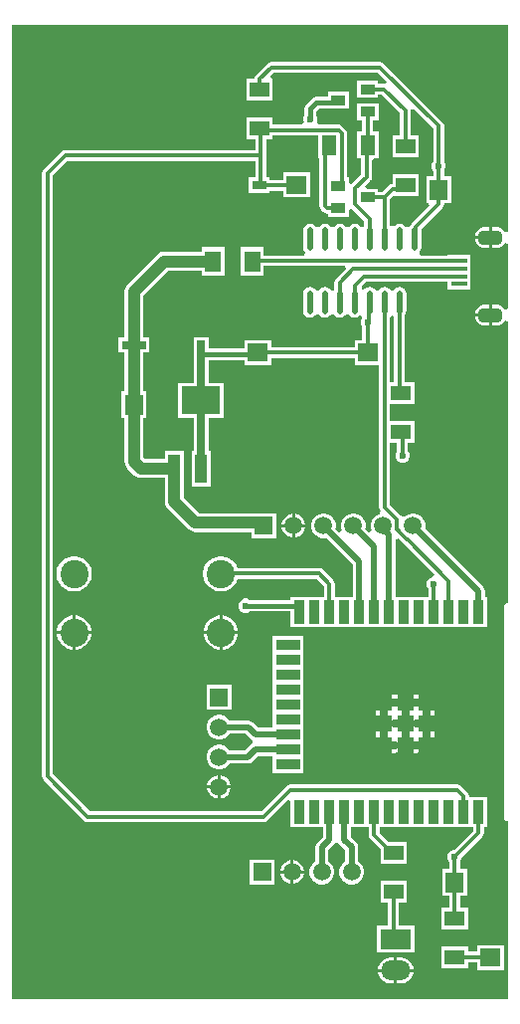
<source format=gbr>
%TF.GenerationSoftware,Altium Limited,Altium Designer,25.7.1 (20)*%
G04 Layer_Physical_Order=2*
G04 Layer_Color=16711680*
%FSLAX45Y45*%
%MOMM*%
%TF.SameCoordinates,6DC23F8A-9C4A-45C2-95F2-439E2FAEE1B8*%
%TF.FilePolarity,Positive*%
%TF.FileFunction,Copper,L2,Bot,Signal*%
%TF.Part,Single*%
G01*
G75*
%TA.AperFunction,Conductor*%
%ADD10C,0.30000*%
%ADD11C,1.00000*%
%ADD12C,0.38100*%
%TA.AperFunction,ComponentPad*%
%ADD13R,2.54000X1.65100*%
%ADD14O,2.54000X1.65100*%
%ADD15C,1.50000*%
%ADD16R,1.50000X1.50000*%
%ADD17R,1.50000X1.50000*%
G04:AMPARAMS|DCode=18|XSize=2mm|YSize=1.2mm|CornerRadius=0.36mm|HoleSize=0mm|Usage=FLASHONLY|Rotation=180.000|XOffset=0mm|YOffset=0mm|HoleType=Round|Shape=RoundedRectangle|*
%AMROUNDEDRECTD18*
21,1,2.00000,0.48000,0,0,180.0*
21,1,1.28000,1.20000,0,0,180.0*
1,1,0.72000,-0.64000,0.24000*
1,1,0.72000,0.64000,0.24000*
1,1,0.72000,0.64000,-0.24000*
1,1,0.72000,-0.64000,-0.24000*
%
%ADD18ROUNDEDRECTD18*%
%ADD19C,0.30000*%
%ADD20C,2.40000*%
%TA.AperFunction,ViaPad*%
%ADD21C,0.60000*%
%TA.AperFunction,SMDPad,CuDef*%
%ADD22R,2.00000X0.70000*%
%ADD23O,2.00000X0.70000*%
%ADD24R,1.65100X1.27000*%
%ADD25R,1.52400X1.65100*%
%ADD26R,1.20000X0.80000*%
%ADD27R,1.20000X0.85000*%
%ADD28R,1.27000X1.65100*%
%ADD29R,1.65100X1.52400*%
%ADD30O,0.70000X2.00000*%
%ADD31R,0.70000X2.00000*%
%ADD32R,3.30000X2.40000*%
%ADD33R,1.00000X2.40000*%
%ADD34R,1.35000X1.80000*%
%ADD35O,0.55000X2.00000*%
%ADD36R,1.35000X0.40000*%
%ADD37R,1.40000X1.60000*%
%ADD38R,1.90000X1.90000*%
%TA.AperFunction,BGAPad,CuDef*%
%ADD39R,1.33000X1.33000*%
%TA.AperFunction,ConnectorPad*%
%ADD40R,0.90000X2.00000*%
%ADD41R,2.00000X0.90000*%
%TA.AperFunction,Conductor*%
%ADD42C,0.70000*%
%ADD43C,0.50000*%
G36*
X17774564Y10592638D02*
X17749438Y10588759D01*
X17735867Y10609069D01*
X17715556Y10622639D01*
X17691600Y10627405D01*
X17640300D01*
Y10540802D01*
X17627600D01*
D01*
X17640300D01*
Y10454199D01*
X17691600D01*
X17715556Y10458964D01*
X17735867Y10472535D01*
X17749438Y10492845D01*
X17774564Y10488965D01*
Y9932635D01*
X17749438Y9928755D01*
X17735867Y9949065D01*
X17715556Y9962636D01*
X17691600Y9967401D01*
X17640300D01*
Y9880798D01*
Y9794195D01*
X17691600D01*
X17715556Y9798961D01*
X17735867Y9812531D01*
X17749438Y9832841D01*
X17774564Y9828962D01*
Y7433888D01*
X17772000D01*
X17760295Y7431559D01*
X17750371Y7424929D01*
X17743741Y7415005D01*
X17741412Y7403300D01*
Y5603300D01*
X17743741Y5591595D01*
X17750371Y5581671D01*
X17760295Y5575041D01*
X17772000Y5572712D01*
X17774564D01*
Y4056736D01*
X13556335D01*
Y12351664D01*
X17774564D01*
Y10592638D01*
D02*
G37*
%LPC*%
G36*
X16687801Y12034682D02*
X15760699D01*
X15743143Y12031189D01*
X15728258Y12021243D01*
X15628677Y11921664D01*
X15618732Y11906779D01*
X15615752Y11891795D01*
X15546561D01*
Y11704795D01*
X15771660D01*
Y11891795D01*
X15761768D01*
X15752048Y11915261D01*
X15779704Y11942918D01*
X16668794D01*
X16740462Y11871252D01*
X16727950Y11847843D01*
X16720821Y11849262D01*
X16671902D01*
Y11875880D01*
X16491904D01*
Y11730880D01*
X16671902D01*
Y11757498D01*
X16701814D01*
X16855511Y11603802D01*
Y11409205D01*
X16791144D01*
Y11222205D01*
X17016245D01*
Y11409205D01*
X16947275D01*
Y11622806D01*
X16945857Y11629935D01*
X16969266Y11642448D01*
X17139769Y11471945D01*
Y11192121D01*
X17132234Y11184587D01*
X17123100Y11162535D01*
Y11138665D01*
X17132234Y11116613D01*
X17139769Y11109079D01*
Y11059950D01*
X17079449D01*
Y10834850D01*
X17099477D01*
X17109196Y10811384D01*
X16959956Y10662143D01*
X16953300Y10652181D01*
X16938445Y10642255D01*
X16930511Y10630382D01*
X16926942Y10629294D01*
X16905858D01*
X16902289Y10630382D01*
X16894354Y10642255D01*
X16875336Y10654964D01*
X16852901Y10659426D01*
X16830466Y10654964D01*
X16811446Y10642255D01*
X16781860Y10641820D01*
X16771782Y10651763D01*
Y10865408D01*
X16798378Y10892005D01*
X17016245D01*
Y11079005D01*
X16791144D01*
Y10997600D01*
X16776160Y10994620D01*
X16761275Y10984674D01*
X16706895Y10930295D01*
X16671902D01*
Y10956913D01*
X16570840D01*
X16561121Y10980380D01*
X16605943Y11025203D01*
X16605943Y11025204D01*
X16605943Y11025204D01*
X16609241Y11030138D01*
X16615889Y11040088D01*
X16615891Y11040090D01*
X16619382Y11057646D01*
X16619382Y11057647D01*
X16619382Y11057648D01*
X16619377Y11197879D01*
X16637337Y11215840D01*
X16675401D01*
Y11440940D01*
X16628326D01*
Y11538353D01*
X16672446D01*
Y11683353D01*
X16492445D01*
Y11538353D01*
X16536565D01*
Y11440940D01*
X16488402D01*
Y11215840D01*
X16527612D01*
X16527618Y11076650D01*
X16447301Y10996333D01*
X16435597Y10998186D01*
X16421899Y11005450D01*
Y11054952D01*
X16406084D01*
Y11429579D01*
X16402591Y11447137D01*
X16392645Y11462022D01*
X16366286Y11488383D01*
X16351401Y11498329D01*
X16333842Y11501821D01*
X16163921D01*
X16149205Y11527222D01*
X16153439Y11537445D01*
Y11561315D01*
X16144305Y11583367D01*
X16143451Y11584222D01*
Y11615025D01*
X16167905Y11639478D01*
X16242444D01*
Y11636392D01*
X16422444D01*
Y11781392D01*
X16242444D01*
Y11739500D01*
X16147189D01*
X16128050Y11735693D01*
X16111826Y11724852D01*
X16058076Y11671103D01*
X16047237Y11654878D01*
X16043430Y11635740D01*
Y11584222D01*
X16042574Y11583367D01*
X16033440Y11561315D01*
Y11537445D01*
X16037675Y11527222D01*
X16022958Y11501821D01*
X15771660D01*
Y11561595D01*
X15546561D01*
Y11374595D01*
X15625385D01*
Y11285382D01*
X14008099D01*
X13990543Y11281889D01*
X13975658Y11271943D01*
X13823257Y11119543D01*
X13813310Y11104658D01*
X13809818Y11087100D01*
Y5956300D01*
X13813310Y5938742D01*
X13823257Y5923857D01*
X14166158Y5580957D01*
X14181042Y5571011D01*
X14198599Y5567518D01*
X15697200D01*
X15714758Y5571011D01*
X15729643Y5580957D01*
X15903534Y5754847D01*
X15927000Y5745127D01*
Y5523298D01*
X16199924D01*
Y5439407D01*
X16152847Y5392332D01*
X16140691Y5374139D01*
X16136423Y5352679D01*
Y5232367D01*
X16128029Y5227521D01*
X16108479Y5207971D01*
X16094656Y5184028D01*
X16087500Y5157323D01*
Y5129677D01*
X16094656Y5102972D01*
X16108479Y5079029D01*
X16128029Y5059479D01*
X16151971Y5045656D01*
X16178677Y5038500D01*
X16206323D01*
X16233028Y5045656D01*
X16256972Y5059479D01*
X16276521Y5079029D01*
X16290344Y5102972D01*
X16297501Y5129677D01*
Y5157323D01*
X16290344Y5184028D01*
X16276521Y5207971D01*
X16256972Y5227521D01*
X16248576Y5232367D01*
Y5329451D01*
X16295653Y5376526D01*
X16305872Y5391819D01*
X16319501Y5393380D01*
X16333128Y5391819D01*
X16343347Y5376526D01*
X16390424Y5329451D01*
Y5232367D01*
X16382030Y5227521D01*
X16362479Y5207971D01*
X16348656Y5184028D01*
X16341499Y5157323D01*
Y5129677D01*
X16348656Y5102972D01*
X16362479Y5079029D01*
X16382030Y5059479D01*
X16405972Y5045656D01*
X16432677Y5038500D01*
X16460323D01*
X16487029Y5045656D01*
X16510971Y5059479D01*
X16530521Y5079029D01*
X16544344Y5102972D01*
X16551500Y5129677D01*
Y5157323D01*
X16544344Y5184028D01*
X16530521Y5207971D01*
X16510971Y5227521D01*
X16502577Y5232367D01*
Y5352679D01*
X16498309Y5374139D01*
X16486153Y5392332D01*
X16439078Y5439407D01*
Y5523298D01*
X16591118D01*
Y5454655D01*
X16594611Y5437097D01*
X16604556Y5422212D01*
X16689560Y5337209D01*
Y5215095D01*
X16914661D01*
Y5402095D01*
X16754446D01*
X16682883Y5473660D01*
Y5523298D01*
X17480118D01*
Y5492705D01*
X17317914Y5330500D01*
X17310864D01*
X17288812Y5321366D01*
X17271935Y5304487D01*
X17262801Y5282435D01*
Y5258565D01*
X17271935Y5236513D01*
X17276918Y5231529D01*
Y5167150D01*
X17216600D01*
Y4942050D01*
X17276929D01*
Y4843295D01*
X17210260D01*
Y4656295D01*
X17435361D01*
Y4843295D01*
X17368692D01*
Y4942050D01*
X17428999D01*
Y5167150D01*
X17368681D01*
Y5231529D01*
X17373666Y5236513D01*
X17382800Y5258565D01*
Y5265614D01*
X17558443Y5441257D01*
X17568388Y5456142D01*
X17571883Y5473700D01*
Y5523298D01*
X17600999D01*
Y5783298D01*
X17444882D01*
Y5791200D01*
X17441389Y5808758D01*
X17431442Y5823643D01*
X17380844Y5874242D01*
X17365959Y5884188D01*
X17348401Y5887681D01*
X15925600D01*
X15908041Y5884188D01*
X15893156Y5874242D01*
X15678195Y5659282D01*
X14217606D01*
X13901582Y5975305D01*
Y11068095D01*
X14027106Y11193618D01*
X15625385D01*
Y11055505D01*
X15569110D01*
Y10915505D01*
X15749110D01*
Y10939618D01*
X15864050D01*
Y10881850D01*
X16089149D01*
Y11094250D01*
X15864050D01*
Y11031382D01*
X15749110D01*
Y11055505D01*
X15717146D01*
Y11239500D01*
Y11374595D01*
X15771660D01*
Y11410058D01*
X16158202D01*
Y11215840D01*
X16172018D01*
Y10807494D01*
X16175511Y10789935D01*
X16185457Y10775051D01*
X16203030Y10757477D01*
X16217915Y10747531D01*
X16235474Y10744038D01*
X16242439D01*
Y10717420D01*
X16422440D01*
Y10778064D01*
X16434187Y10784878D01*
X16447839Y10787449D01*
X16553018Y10682269D01*
Y10635630D01*
X16549512Y10630382D01*
X16545943Y10629294D01*
X16524858D01*
X16521289Y10630382D01*
X16513354Y10642255D01*
X16494334Y10654964D01*
X16471899Y10659426D01*
X16449464Y10654964D01*
X16430444Y10642255D01*
X16422511Y10630382D01*
X16418942Y10629294D01*
X16397858D01*
X16394289Y10630382D01*
X16386356Y10642255D01*
X16367336Y10654964D01*
X16344901Y10659426D01*
X16322466Y10654964D01*
X16303445Y10642255D01*
X16295511Y10630382D01*
X16291942Y10629294D01*
X16270857D01*
X16267290Y10630382D01*
X16259355Y10642255D01*
X16240335Y10654964D01*
X16217900Y10659426D01*
X16195465Y10654964D01*
X16176445Y10642255D01*
X16168510Y10630382D01*
X16164941Y10629294D01*
X16143858D01*
X16140289Y10630382D01*
X16132355Y10642255D01*
X16113335Y10654964D01*
X16090900Y10659426D01*
X16068465Y10654964D01*
X16049445Y10642255D01*
X16036737Y10623236D01*
X16032274Y10600800D01*
Y10455800D01*
X16036737Y10433364D01*
X16048949Y10415086D01*
X16048082Y10410531D01*
X16040630Y10389686D01*
X15695499D01*
Y10457800D01*
X15500497D01*
Y10217800D01*
X15695499D01*
Y10297923D01*
X16384750D01*
X16394470Y10274456D01*
X16312457Y10192443D01*
X16302512Y10177558D01*
X16299017Y10160000D01*
Y10095632D01*
X16295511Y10090383D01*
X16291942Y10089295D01*
X16270857D01*
X16267290Y10090383D01*
X16259355Y10102256D01*
X16240335Y10114965D01*
X16217900Y10119428D01*
X16195465Y10114965D01*
X16176445Y10102256D01*
X16168510Y10090383D01*
X16164941Y10089295D01*
X16143858D01*
X16140289Y10090383D01*
X16132355Y10102256D01*
X16113335Y10114965D01*
X16090900Y10119428D01*
X16068465Y10114965D01*
X16049445Y10102256D01*
X16036737Y10083237D01*
X16032274Y10060801D01*
Y9915801D01*
X16036737Y9893366D01*
X16049445Y9874346D01*
X16068465Y9861637D01*
X16090900Y9857175D01*
X16113335Y9861637D01*
X16132355Y9874346D01*
X16140289Y9886219D01*
X16143858Y9887307D01*
X16164941D01*
X16168510Y9886219D01*
X16176445Y9874346D01*
X16195465Y9861637D01*
X16217900Y9857175D01*
X16240335Y9861637D01*
X16259355Y9874346D01*
X16267290Y9886219D01*
X16270857Y9887307D01*
X16291942D01*
X16295511Y9886219D01*
X16303445Y9874346D01*
X16322466Y9861637D01*
X16344901Y9857175D01*
X16367336Y9861637D01*
X16386356Y9874346D01*
X16394289Y9886219D01*
X16397858Y9887307D01*
X16418942D01*
X16422511Y9886219D01*
X16430444Y9874346D01*
X16449464Y9861637D01*
X16471899Y9857175D01*
X16494334Y9861637D01*
X16513354Y9874346D01*
X16532613Y9872499D01*
X16535333Y9851087D01*
X16526199Y9829035D01*
Y9805165D01*
X16535333Y9783113D01*
X16536565Y9781883D01*
Y9669300D01*
X16469896D01*
Y9608982D01*
X15758949D01*
Y9669300D01*
X15533850D01*
Y9599025D01*
X15228799D01*
Y9693100D01*
X15098801D01*
Y9567360D01*
X15098239Y9563100D01*
Y9304602D01*
X14968800D01*
Y9004602D01*
X15098239D01*
Y8724598D01*
X15083800D01*
Y8424598D01*
X15243800D01*
Y8724598D01*
X15229361D01*
Y9004602D01*
X15358800D01*
Y9304602D01*
X15229361D01*
Y9499003D01*
X15533850D01*
Y9456900D01*
X15758949D01*
Y9517218D01*
X16469896D01*
Y9456900D01*
X16680019D01*
Y8246914D01*
X16681598Y8238973D01*
X16683510Y8229357D01*
X16683511Y8229356D01*
X16690544Y8218829D01*
X16687839Y8202761D01*
X16681812Y8190193D01*
X16672672Y8187744D01*
X16648729Y8173921D01*
X16629179Y8154371D01*
X16615356Y8130428D01*
X16608200Y8103723D01*
Y8076077D01*
X16615356Y8049372D01*
X16615904Y8048423D01*
X16595578Y8032827D01*
X16561691Y8066714D01*
X16564200Y8076077D01*
Y8103723D01*
X16557043Y8130428D01*
X16543221Y8154371D01*
X16523671Y8173921D01*
X16499728Y8187744D01*
X16473022Y8194900D01*
X16445377D01*
X16418672Y8187744D01*
X16394730Y8173921D01*
X16375179Y8154371D01*
X16361356Y8130428D01*
X16354201Y8103723D01*
Y8076077D01*
X16361356Y8049372D01*
X16361903Y8048423D01*
X16341579Y8032827D01*
X16307690Y8066714D01*
X16310201Y8076077D01*
Y8103723D01*
X16303044Y8130428D01*
X16289221Y8154371D01*
X16269672Y8173921D01*
X16245728Y8187744D01*
X16219023Y8194900D01*
X16191377D01*
X16164671Y8187744D01*
X16140729Y8173921D01*
X16121179Y8154371D01*
X16107356Y8130428D01*
X16100200Y8103723D01*
Y8076077D01*
X16107356Y8049372D01*
X16121179Y8025429D01*
X16140729Y8005879D01*
X16164671Y7992056D01*
X16191377Y7984900D01*
X16219023D01*
X16228386Y7987409D01*
X16453923Y7761872D01*
Y7483300D01*
X16301881D01*
Y7594600D01*
X16298389Y7612158D01*
X16288443Y7627043D01*
X16199544Y7715943D01*
X16184657Y7725889D01*
X16167101Y7729382D01*
X15473297D01*
X15464528Y7750552D01*
X15448112Y7775119D01*
X15427219Y7796013D01*
X15402652Y7812428D01*
X15375352Y7823735D01*
X15346375Y7829500D01*
X15316826D01*
X15287846Y7823735D01*
X15260548Y7812428D01*
X15235982Y7796013D01*
X15215086Y7775119D01*
X15198672Y7750552D01*
X15187366Y7723253D01*
X15181599Y7694274D01*
Y7664726D01*
X15187366Y7635747D01*
X15198672Y7608448D01*
X15215086Y7583881D01*
X15235982Y7562987D01*
X15260548Y7546572D01*
X15287846Y7535265D01*
X15316826Y7529500D01*
X15346375D01*
X15375352Y7535265D01*
X15402652Y7546572D01*
X15427219Y7562987D01*
X15448112Y7583881D01*
X15464528Y7608448D01*
X15475835Y7635747D01*
X15476208Y7637618D01*
X16148096D01*
X16210118Y7575595D01*
Y7483300D01*
X15927000D01*
Y7459191D01*
X15574562D01*
X15573708Y7460046D01*
X15551656Y7469180D01*
X15527785D01*
X15505733Y7460046D01*
X15488853Y7443167D01*
X15479720Y7421115D01*
Y7397245D01*
X15488853Y7375193D01*
X15505733Y7358314D01*
X15527785Y7349180D01*
X15551656D01*
X15573708Y7358314D01*
X15574562Y7359169D01*
X15927000D01*
Y7223300D01*
X17600999D01*
Y7483300D01*
X17582077D01*
Y7531100D01*
X17577809Y7552560D01*
X17565652Y7570753D01*
X17069691Y8066714D01*
X17072200Y8076077D01*
Y8103723D01*
X17065044Y8130428D01*
X17051221Y8154371D01*
X17031671Y8173921D01*
X17007729Y8187744D01*
X16981023Y8194900D01*
X16953377D01*
X16926672Y8187744D01*
X16902728Y8173921D01*
X16897269Y8168460D01*
X16883304Y8167478D01*
X16865694Y8172038D01*
X16865289Y8172404D01*
X16771782Y8265918D01*
Y8796495D01*
X16832417D01*
Y8725771D01*
X16827434Y8720787D01*
X16818300Y8698735D01*
Y8674865D01*
X16827434Y8652813D01*
X16844313Y8635934D01*
X16866365Y8626800D01*
X16890234D01*
X16912286Y8635934D01*
X16929166Y8652813D01*
X16938300Y8674865D01*
Y8698735D01*
X16929166Y8720787D01*
X16924182Y8725771D01*
Y8796495D01*
X16978160D01*
Y8983495D01*
X16771782D01*
Y9126695D01*
X16978160D01*
Y9313695D01*
X16898782D01*
Y9880971D01*
X16907063Y9893366D01*
X16911526Y9915801D01*
Y10060801D01*
X16907063Y10083237D01*
X16894354Y10102256D01*
X16875336Y10114965D01*
X16852901Y10119428D01*
X16830466Y10114965D01*
X16811446Y10102256D01*
X16803511Y10090383D01*
X16799942Y10089295D01*
X16778857D01*
X16775288Y10090383D01*
X16767355Y10102256D01*
X16748335Y10114965D01*
X16725900Y10119428D01*
X16703465Y10114965D01*
X16684445Y10102256D01*
X16676511Y10090383D01*
X16672942Y10089295D01*
X16651859D01*
X16648289Y10090383D01*
X16640355Y10102256D01*
X16621335Y10114965D01*
X16598900Y10119428D01*
X16576465Y10114965D01*
X16557445Y10102256D01*
X16533163Y10101899D01*
X16533069Y10130883D01*
X16567105Y10164918D01*
X17262604D01*
Y10095801D01*
X17457602D01*
Y10160800D01*
Y10225799D01*
Y10290802D01*
Y10390802D01*
X17262604D01*
Y10389686D01*
X17030170D01*
X17022717Y10410531D01*
X17021851Y10415086D01*
X17034064Y10433364D01*
X17038525Y10455800D01*
Y10600800D01*
X17036844Y10609258D01*
X17218092Y10790507D01*
X17228040Y10805392D01*
X17231532Y10822950D01*
Y10834850D01*
X17291850D01*
Y11059950D01*
X17231532D01*
Y11114179D01*
X17233966Y11116613D01*
X17243100Y11138665D01*
Y11162535D01*
X17233966Y11184587D01*
X17231532Y11187021D01*
Y11490950D01*
X17228040Y11508508D01*
X17218092Y11523393D01*
X16720242Y12021243D01*
X16705357Y12031189D01*
X16687801Y12034682D01*
D02*
G37*
G36*
X17614900Y10627405D02*
X17563600D01*
X17539642Y10622639D01*
X17519333Y10609069D01*
X17505762Y10588759D01*
X17500996Y10564802D01*
Y10553502D01*
X17614900D01*
Y10627405D01*
D02*
G37*
G36*
Y10528102D02*
X17500996D01*
Y10516802D01*
X17505762Y10492845D01*
X17519333Y10472535D01*
X17539642Y10458964D01*
X17563600Y10454199D01*
X17614900D01*
Y10528102D01*
D02*
G37*
G36*
X15360503Y10457800D02*
X15165501D01*
Y10418490D01*
X14846300D01*
X14825417Y10415741D01*
X14805956Y10407680D01*
X14789243Y10394857D01*
X14535243Y10140857D01*
X14522420Y10124145D01*
X14514359Y10104684D01*
X14511610Y10083800D01*
Y9691600D01*
X14462300D01*
Y9561600D01*
X14511610D01*
Y9231150D01*
X14486099D01*
Y9006050D01*
X14511610D01*
Y8633177D01*
X14514359Y8612293D01*
X14522420Y8592832D01*
X14535243Y8576120D01*
X14593822Y8517542D01*
X14610535Y8504718D01*
X14629996Y8496657D01*
X14650879Y8493908D01*
X14853108D01*
Y8294502D01*
X14855856Y8273618D01*
X14863918Y8254157D01*
X14876741Y8237446D01*
X15055943Y8058243D01*
X15072655Y8045420D01*
X15092116Y8037359D01*
X15113000Y8034610D01*
X15592200D01*
Y7984900D01*
X15802200D01*
Y8194900D01*
X15677435D01*
X15672202Y8195589D01*
X15617030D01*
X15614137Y8195988D01*
X15613881Y8195956D01*
X15613625Y8195990D01*
X15146423D01*
X15014488Y8327925D01*
Y8574598D01*
X15013799Y8579842D01*
Y8724598D01*
X14853798D01*
Y8655288D01*
X14684302D01*
X14672990Y8666600D01*
Y9006050D01*
X14698500D01*
Y9231150D01*
X14672990D01*
Y9561600D01*
X14722301D01*
Y9691600D01*
X14672990D01*
Y10050377D01*
X14879723Y10257110D01*
X15165501D01*
Y10217800D01*
X15360503D01*
Y10457800D01*
D02*
G37*
G36*
X17614900Y9967401D02*
X17563600D01*
X17539642Y9962636D01*
X17519333Y9949065D01*
X17505762Y9928755D01*
X17500996Y9904798D01*
Y9893498D01*
X17614900D01*
Y9967401D01*
D02*
G37*
G36*
Y9868098D02*
X17500996D01*
Y9856798D01*
X17505762Y9832841D01*
X17519333Y9812531D01*
X17539642Y9798961D01*
X17563600Y9794195D01*
X17614900D01*
Y9868098D01*
D02*
G37*
G36*
X15964418Y8190300D02*
X15963901D01*
Y8102600D01*
X16051601D01*
Y8103118D01*
X16044759Y8128653D01*
X16031540Y8151547D01*
X16012846Y8170240D01*
X15989954Y8183458D01*
X15964418Y8190300D01*
D02*
G37*
G36*
X15938499D02*
X15937982D01*
X15912447Y8183458D01*
X15889552Y8170240D01*
X15870860Y8151547D01*
X15857642Y8128653D01*
X15850800Y8103118D01*
Y8102600D01*
X15938499D01*
Y8190300D01*
D02*
G37*
G36*
X16051601Y8077200D02*
X15963901D01*
Y7989500D01*
X15964418D01*
X15989954Y7996342D01*
X16012846Y8009560D01*
X16031540Y8028253D01*
X16044759Y8051147D01*
X16051601Y8076682D01*
Y8077200D01*
D02*
G37*
G36*
X15938499D02*
X15850800D01*
Y8076682D01*
X15857642Y8051147D01*
X15870860Y8028253D01*
X15889552Y8009560D01*
X15912447Y7996342D01*
X15937982Y7989500D01*
X15938499D01*
Y8077200D01*
D02*
G37*
G36*
X14096375Y7829500D02*
X14066826D01*
X14037846Y7823735D01*
X14010548Y7812428D01*
X13985982Y7796013D01*
X13965086Y7775119D01*
X13948672Y7750552D01*
X13937366Y7723253D01*
X13931599Y7694274D01*
Y7664726D01*
X13937366Y7635747D01*
X13948672Y7608448D01*
X13965086Y7583881D01*
X13985982Y7562987D01*
X14010548Y7546572D01*
X14037846Y7535265D01*
X14066826Y7529500D01*
X14096375D01*
X14125352Y7535265D01*
X14152652Y7546572D01*
X14177219Y7562987D01*
X14198112Y7583881D01*
X14214528Y7608448D01*
X14225835Y7635747D01*
X14231599Y7664726D01*
Y7694274D01*
X14225835Y7723253D01*
X14214528Y7750552D01*
X14198112Y7775119D01*
X14177219Y7796013D01*
X14152652Y7812428D01*
X14125352Y7823735D01*
X14096375Y7829500D01*
D02*
G37*
G36*
X15350742Y7324901D02*
X15344301D01*
Y7192201D01*
X15477000D01*
Y7198643D01*
X15467091Y7235623D01*
X15447949Y7268779D01*
X15420879Y7295850D01*
X15387721Y7314992D01*
X15350742Y7324901D01*
D02*
G37*
G36*
X14100742D02*
X14094299D01*
Y7192201D01*
X14227000D01*
Y7198643D01*
X14217091Y7235623D01*
X14197949Y7268779D01*
X14170879Y7295850D01*
X14137721Y7314992D01*
X14100742Y7324901D01*
D02*
G37*
G36*
X14068900D02*
X14062457D01*
X14025478Y7314992D01*
X13992322Y7295850D01*
X13965251Y7268779D01*
X13946109Y7235623D01*
X13936200Y7198643D01*
Y7192201D01*
X14068900D01*
Y7324901D01*
D02*
G37*
G36*
X15318901D02*
X15312457D01*
X15275478Y7314992D01*
X15242322Y7295850D01*
X15215251Y7268779D01*
X15196109Y7235623D01*
X15186200Y7198643D01*
Y7192201D01*
X15318901D01*
Y7324901D01*
D02*
G37*
G36*
X15477000Y7166801D02*
X15344301D01*
Y7034101D01*
X15350742D01*
X15387721Y7044010D01*
X15420879Y7063152D01*
X15447949Y7090223D01*
X15467091Y7123379D01*
X15477000Y7160359D01*
Y7166801D01*
D02*
G37*
G36*
X15318901D02*
X15186200D01*
Y7160359D01*
X15196109Y7123379D01*
X15215251Y7090223D01*
X15242322Y7063152D01*
X15275478Y7044010D01*
X15312457Y7034101D01*
X15318901D01*
Y7166801D01*
D02*
G37*
G36*
X14227000D02*
X14094299D01*
Y7034101D01*
X14100742D01*
X14137721Y7044010D01*
X14170879Y7063152D01*
X14197949Y7090223D01*
X14217091Y7123379D01*
X14227000Y7160359D01*
Y7166801D01*
D02*
G37*
G36*
X14068900D02*
X13936200D01*
Y7160359D01*
X13946109Y7123379D01*
X13965251Y7090223D01*
X13992322Y7063152D01*
X14025478Y7044010D01*
X14062457Y7034101D01*
X14068900D01*
Y7166801D01*
D02*
G37*
G36*
X15421201Y6734400D02*
X15211200D01*
Y6524400D01*
X15421201D01*
Y6734400D01*
D02*
G37*
G36*
X16032001Y7149799D02*
X15772000D01*
Y6999799D01*
Y6872799D01*
Y6745799D01*
Y6618799D01*
Y6491799D01*
Y6368877D01*
X15649660D01*
X15603482Y6415053D01*
X15585291Y6427209D01*
X15563831Y6431477D01*
X15405067D01*
X15400221Y6439871D01*
X15380672Y6459421D01*
X15356728Y6473244D01*
X15330023Y6480400D01*
X15302377D01*
X15275671Y6473244D01*
X15251729Y6459421D01*
X15232179Y6439871D01*
X15218356Y6415928D01*
X15211200Y6389223D01*
Y6361577D01*
X15218356Y6334872D01*
X15232179Y6310929D01*
X15251729Y6291379D01*
X15275671Y6277556D01*
X15302377Y6270400D01*
X15330023D01*
X15356728Y6277556D01*
X15380672Y6291379D01*
X15400221Y6310929D01*
X15405067Y6319323D01*
X15540602D01*
X15586778Y6273146D01*
X15602277Y6262791D01*
X15604050Y6250366D01*
X15602763Y6235532D01*
X15587677Y6225452D01*
X15539702Y6177477D01*
X15405067D01*
X15400221Y6185871D01*
X15380672Y6205421D01*
X15356728Y6219244D01*
X15330023Y6226400D01*
X15302377D01*
X15275671Y6219244D01*
X15251729Y6205421D01*
X15232179Y6185871D01*
X15218356Y6161928D01*
X15211200Y6135223D01*
Y6107577D01*
X15218356Y6080872D01*
X15232179Y6056929D01*
X15251729Y6037379D01*
X15275671Y6023556D01*
X15302377Y6016400D01*
X15330023D01*
X15356728Y6023556D01*
X15380672Y6037379D01*
X15400221Y6056929D01*
X15405067Y6065323D01*
X15562930D01*
X15584390Y6069591D01*
X15602583Y6081747D01*
X15650558Y6129722D01*
X15772000D01*
Y5983799D01*
X16032001D01*
Y6110799D01*
Y6237799D01*
Y6364799D01*
Y6491799D01*
Y6618799D01*
Y6745799D01*
Y6872799D01*
Y6999799D01*
Y7149799D01*
D02*
G37*
G36*
X17086499Y6652360D02*
X16719499D01*
X16702531Y6650126D01*
X16686719Y6643576D01*
X16673141Y6633157D01*
X16662721Y6619579D01*
X16656172Y6603768D01*
X16653938Y6586799D01*
Y6495049D01*
Y6403299D01*
Y6311549D01*
Y6219800D01*
X16656172Y6202831D01*
X16662721Y6187019D01*
X16673141Y6173441D01*
X16686719Y6163022D01*
X16702531Y6156473D01*
X16719499Y6154239D01*
X16811249D01*
X16828218Y6156473D01*
X16844029Y6163022D01*
X16857124Y6173070D01*
X16870219Y6163022D01*
X16886031Y6156473D01*
X16902998Y6154239D01*
X16994749D01*
X17011717Y6156473D01*
X17027528Y6163022D01*
X17040623Y6173070D01*
X17053719Y6163022D01*
X17069530Y6156473D01*
X17086499Y6154239D01*
X17103467Y6156473D01*
X17119279Y6163022D01*
X17132857Y6173441D01*
X17143275Y6187019D01*
X17149825Y6202831D01*
X17152058Y6219800D01*
Y6311549D01*
Y6403299D01*
Y6495049D01*
Y6586799D01*
X17149825Y6603768D01*
X17143275Y6619579D01*
X17132857Y6633157D01*
X17119279Y6643576D01*
X17103467Y6650126D01*
X17086499Y6652360D01*
D02*
G37*
G36*
X15329417Y5967800D02*
X15328900D01*
Y5880100D01*
X15416600D01*
Y5880618D01*
X15409758Y5906153D01*
X15396539Y5929047D01*
X15377847Y5947740D01*
X15354953Y5960958D01*
X15329417Y5967800D01*
D02*
G37*
G36*
X15303500D02*
X15302982D01*
X15277448Y5960958D01*
X15254553Y5947740D01*
X15235860Y5929047D01*
X15222643Y5906153D01*
X15215800Y5880618D01*
Y5880100D01*
X15303500D01*
Y5967800D01*
D02*
G37*
G36*
X15416600Y5854700D02*
X15328900D01*
Y5767000D01*
X15329417D01*
X15354953Y5773842D01*
X15377847Y5787060D01*
X15396539Y5805753D01*
X15409758Y5828647D01*
X15416600Y5854182D01*
Y5854700D01*
D02*
G37*
G36*
X15303500D02*
X15215800D01*
Y5854182D01*
X15222643Y5828647D01*
X15235860Y5805753D01*
X15254553Y5787060D01*
X15277448Y5773842D01*
X15302982Y5767000D01*
X15303500D01*
Y5854700D01*
D02*
G37*
G36*
X15951718Y5243900D02*
X15951199D01*
Y5156200D01*
X16038901D01*
Y5156718D01*
X16032059Y5182253D01*
X16018840Y5205147D01*
X16000146Y5223840D01*
X15977254Y5237058D01*
X15951718Y5243900D01*
D02*
G37*
G36*
X15925800D02*
X15925282D01*
X15899747Y5237058D01*
X15876852Y5223840D01*
X15858160Y5205147D01*
X15844942Y5182253D01*
X15838100Y5156718D01*
Y5156200D01*
X15925800D01*
Y5243900D01*
D02*
G37*
G36*
X16038901Y5130800D02*
X15951199D01*
Y5043100D01*
X15951718D01*
X15977254Y5049942D01*
X16000146Y5063160D01*
X16018840Y5081853D01*
X16032059Y5104747D01*
X16038901Y5130282D01*
Y5130800D01*
D02*
G37*
G36*
X15925800D02*
X15838100D01*
Y5130282D01*
X15844942Y5104747D01*
X15858160Y5081853D01*
X15876852Y5063160D01*
X15899747Y5049942D01*
X15925282Y5043100D01*
X15925800D01*
Y5130800D01*
D02*
G37*
G36*
X15789500Y5248500D02*
X15579500D01*
Y5038500D01*
X15789500D01*
Y5248500D01*
D02*
G37*
G36*
X17740150Y4520720D02*
X17515050D01*
Y4465476D01*
X17435361D01*
Y4513095D01*
X17210260D01*
Y4326095D01*
X17435361D01*
Y4373713D01*
X17515050D01*
Y4308320D01*
X17740150D01*
Y4520720D01*
D02*
G37*
G36*
X16914661Y5071895D02*
X16689560D01*
Y4884895D01*
X16756229D01*
Y4684550D01*
X16663342D01*
Y4459450D01*
X16977342D01*
Y4684550D01*
X16847992D01*
Y4884895D01*
X16914661D01*
Y5071895D01*
D02*
G37*
G36*
X16864792Y4414181D02*
X16833041D01*
Y4318000D01*
X16972002D01*
X16969965Y4333481D01*
X16959087Y4359741D01*
X16941783Y4382291D01*
X16919234Y4399594D01*
X16892973Y4410471D01*
X16864792Y4414181D01*
D02*
G37*
G36*
X16807642D02*
X16775893D01*
X16747713Y4410471D01*
X16721451Y4399594D01*
X16698901Y4382291D01*
X16681598Y4359741D01*
X16670721Y4333481D01*
X16668683Y4318000D01*
X16807642D01*
Y4414181D01*
D02*
G37*
G36*
X16972002Y4292600D02*
X16833041D01*
Y4196419D01*
X16864792D01*
X16892973Y4200129D01*
X16919234Y4211006D01*
X16941783Y4228309D01*
X16959087Y4250859D01*
X16969965Y4277119D01*
X16972002Y4292600D01*
D02*
G37*
G36*
X16807642D02*
X16668683D01*
X16670721Y4277119D01*
X16681598Y4250859D01*
X16698901Y4228309D01*
X16721451Y4211006D01*
X16747713Y4200129D01*
X16775893Y4196419D01*
X16807642D01*
Y4292600D01*
D02*
G37*
%LPD*%
G36*
X16807018Y9864838D02*
Y9313695D01*
X16771782D01*
Y9863920D01*
X16797182Y9874542D01*
X16807018Y9864838D01*
D02*
G37*
G36*
X16885049Y7937457D02*
X16898933Y7928179D01*
X17147115Y7680000D01*
X17136594Y7654600D01*
X17133064D01*
X17111012Y7645466D01*
X17094135Y7628587D01*
X17085001Y7606535D01*
Y7582665D01*
X17094135Y7560613D01*
X17099118Y7555629D01*
Y7483300D01*
X16820078D01*
Y7969242D01*
X16843544Y7978962D01*
X16885049Y7937457D01*
D02*
G37*
D10*
X16852901Y9232905D02*
X16865610Y9220195D01*
X16852901Y9232905D02*
Y9988301D01*
X16725900Y8246914D02*
Y9988301D01*
Y8246914D02*
X16833200Y8139608D01*
X17145000Y7353300D02*
Y7594600D01*
X16595146Y9984547D02*
X16598900Y9988301D01*
X16595146Y9834164D02*
Y9984547D01*
X16582446Y9813346D02*
X16586200Y9817100D01*
Y9825218D02*
X16595146Y9834164D01*
X16582446Y9563100D02*
Y9813346D01*
X16586200Y9817100D02*
Y9825218D01*
X15646400Y9563100D02*
X16582446D01*
X16833200Y8058800D02*
X16847200Y8044800D01*
Y8040192D02*
Y8044800D01*
Y8040192D02*
X16917493Y7969900D01*
X16922099D02*
X17272000Y7620000D01*
X16917493Y7969900D02*
X16922099D01*
X17272000Y7353300D02*
Y7620000D01*
X16833200Y8058800D02*
Y8139608D01*
X16878300Y8887643D02*
X16878310Y8889995D01*
X16878300Y8686800D02*
Y8887643D01*
X17185651Y10947400D02*
Y11490950D01*
X16581902Y11328390D02*
X16582446Y11328933D01*
Y11610853D01*
X17322800Y5270500D02*
X17525999Y5473700D01*
Y5653298D01*
X17322810Y4749795D02*
Y5054590D01*
X17322800Y5054600D02*
X17322810Y5054590D01*
X17322800Y5054600D02*
Y5270500D01*
X15925600Y5841799D02*
X17348401D01*
X17399001Y5653298D02*
Y5791200D01*
X17348401Y5841799D02*
X17399001Y5791200D01*
X15671266Y10985502D02*
Y11239500D01*
X15697200Y5613400D02*
X15925600Y5841799D01*
X15671265Y11455940D02*
X15671266Y11455939D01*
X15659109Y11468095D02*
X15671265Y11455940D01*
X15671266Y11239500D02*
Y11455939D01*
X15671265Y11455940D02*
X16333842D01*
X15659109Y10985505D02*
X15671262D01*
X15671265Y10985502D01*
X14008099Y11239500D02*
X15671266D01*
Y10985500D02*
X15974049D01*
X13855701Y11087100D02*
X14008099Y11239500D01*
X13855701Y5956300D02*
X14198599Y5613400D01*
X15697200D01*
X13855701Y5956300D02*
Y11087100D01*
X16901395Y11315705D02*
Y11622806D01*
X16581902Y11803380D02*
X16720821D01*
X16545560D02*
X16581902D01*
X16793718Y10952231D02*
X16870419D01*
X16725900Y10884413D02*
X16793718Y10952231D01*
X16870419D02*
X16903694Y10985505D01*
X16599403Y10884413D02*
X16725900D01*
X16581902D02*
X16599403D01*
X16725900Y10528300D02*
Y10878842D01*
X16992400Y10620065D02*
Y10629700D01*
X16984683Y10612348D02*
X16992400Y10620065D01*
X16979900Y10528300D02*
X16984683Y10533083D01*
Y10612348D01*
X16992400Y10629700D02*
X17185651Y10822950D01*
Y10947400D01*
X16331900Y10982452D02*
X16332703D01*
X16360202Y11009952D01*
Y11429579D01*
X15974049Y10985500D02*
X15976601Y10988050D01*
X16333842Y11455940D02*
X16360202Y11429579D01*
X16217900Y11294588D02*
X16251701Y11328390D01*
X16217900Y10807494D02*
Y11294588D01*
Y10807494D02*
X16235474Y10789920D01*
X16332439D01*
X15661121Y11889221D02*
X15760699Y11988800D01*
X15661121Y11800306D02*
Y11889221D01*
X15659109Y11798295D02*
X15661121Y11800306D01*
X15760699Y11988800D02*
X16687801D01*
X17185651Y11490950D01*
X16476900Y10961045D02*
X16573500Y11057646D01*
X16476900Y10823275D02*
Y10961045D01*
X16573491Y11302989D02*
X16573500Y11057646D01*
X16720821Y11803380D02*
X16901395Y11622806D01*
X16471899Y9988301D02*
Y10134600D01*
X16548100Y10210800D02*
X17360101D01*
X16471899Y10134600D02*
X16548100Y10210800D01*
X16344901Y9988301D02*
Y10160000D01*
X16460699Y10275799D02*
X17360101D01*
X16344901Y10160000D02*
X16460699Y10275799D01*
X15604002Y10343805D02*
X17331502D01*
X15597998Y10337800D02*
X15604002Y10343805D01*
X16476900Y10823275D02*
X16598900Y10701274D01*
Y10528300D02*
Y10701274D01*
X16637000Y5454655D02*
Y5653298D01*
Y5454655D02*
X16783060Y5308595D01*
X16802110D01*
X17322810Y4419595D02*
X17622525D01*
X17627600Y4414520D01*
X16802110Y4590232D02*
X16820341Y4572000D01*
X16802110Y4590232D02*
Y4978395D01*
X15328900Y7683500D02*
X16167101D01*
X16256000Y7594600D01*
Y7353300D02*
Y7594600D01*
D11*
X14592300Y9118600D02*
Y10083800D01*
X14846300Y10337800D01*
X15263002D01*
X14650879Y8574598D02*
X14933798D01*
Y8294502D02*
Y8574598D01*
X14592300Y8633177D02*
X14650879Y8574598D01*
X14592300Y8633177D02*
Y9118600D01*
X14933798Y8294502D02*
X15113000Y8115300D01*
X15613625D01*
X15614020Y8114899D01*
X15672202D01*
X15697200Y8089900D01*
D12*
X15632314Y9549014D02*
X15646400Y9563100D01*
X15177885Y9549014D02*
X15632314D01*
X15163800Y9563100D02*
X15177885Y9549014D01*
X16147189Y11689489D02*
X16313042D01*
X16093440Y11549380D02*
Y11635740D01*
X16147189Y11689489D01*
X16313042D02*
X16332443Y11708892D01*
X15539720Y7409180D02*
X16002000D01*
Y7353300D02*
Y7409180D01*
D13*
X16820341Y4572000D02*
D03*
D14*
Y4305300D02*
D03*
D15*
X15316200Y6375400D02*
D03*
Y6121400D02*
D03*
Y5867400D02*
D03*
X16192500Y5143500D02*
D03*
X16446500D02*
D03*
X15938499D02*
D03*
X15951199Y8089900D02*
D03*
X16205200D02*
D03*
X16459200D02*
D03*
X16713200D02*
D03*
X16967200D02*
D03*
D16*
X15316200Y6629400D02*
D03*
D17*
X15684500Y5143500D02*
D03*
X15697200Y8089900D02*
D03*
D18*
X17627600Y9880798D02*
D03*
Y10540802D02*
D03*
D19*
X16719499Y6495049D02*
D03*
Y6311549D02*
D03*
X16811249Y6586799D02*
D03*
Y6403299D02*
D03*
Y6219800D02*
D03*
X16902998Y6495049D02*
D03*
Y6311549D02*
D03*
X16994749Y6586799D02*
D03*
Y6403299D02*
D03*
Y6219800D02*
D03*
X17086499Y6495049D02*
D03*
Y6311549D02*
D03*
D20*
X14081599Y7179501D02*
D03*
X15331599D02*
D03*
Y7679500D02*
D03*
X14081599D02*
D03*
D21*
X17283501Y8250000D02*
D03*
X17145000Y7594600D02*
D03*
X16586200Y9817100D02*
D03*
X17000002Y9742100D02*
D03*
X17420782Y9545783D02*
D03*
X17125002Y9500000D02*
D03*
X17261034Y9261033D02*
D03*
X17448599Y8000000D02*
D03*
Y8457116D02*
D03*
Y9000000D02*
D03*
X17500002Y7750000D02*
D03*
Y8250000D02*
D03*
Y8750000D02*
D03*
X17250002Y8761800D02*
D03*
X17125002Y9000000D02*
D03*
X17057269Y8500000D02*
D03*
X17000002Y8250000D02*
D03*
Y8761800D02*
D03*
X16878300Y8686800D02*
D03*
X17628523Y7996477D02*
D03*
X17625002Y8500000D02*
D03*
Y12000000D02*
D03*
X17500002Y11750000D02*
D03*
X17625002Y11500000D02*
D03*
X17500002Y11250000D02*
D03*
Y10750000D02*
D03*
Y9750000D02*
D03*
X17625002Y9500000D02*
D03*
X17500002Y9250000D02*
D03*
X17625002Y9000000D02*
D03*
X17500002Y6750000D02*
D03*
Y6250000D02*
D03*
Y5250000D02*
D03*
Y4250000D02*
D03*
X17375002Y12000000D02*
D03*
X17250002Y11750000D02*
D03*
X17375002Y11500000D02*
D03*
Y11000000D02*
D03*
X17250002Y9750000D02*
D03*
X17375002Y7000000D02*
D03*
X17250002Y6750000D02*
D03*
X17375002Y6500000D02*
D03*
X17250002Y6250000D02*
D03*
X17375002Y6000000D02*
D03*
X17250002Y4250000D02*
D03*
X17125002Y12000000D02*
D03*
X17000002Y10750000D02*
D03*
X17125002Y10000000D02*
D03*
Y7000000D02*
D03*
X17000002Y6750000D02*
D03*
X17125002Y6000000D02*
D03*
X17000002Y5250000D02*
D03*
X17125002Y5000000D02*
D03*
X17000002Y4750000D02*
D03*
X17125002Y4500000D02*
D03*
X17000002Y4250000D02*
D03*
X16875002Y12000000D02*
D03*
X16750002Y11250000D02*
D03*
X16875002Y7000000D02*
D03*
X16750002Y6750000D02*
D03*
X16875002Y6000000D02*
D03*
X16625002Y11000000D02*
D03*
X16500002Y9750000D02*
D03*
Y9250000D02*
D03*
Y8750000D02*
D03*
Y8250000D02*
D03*
X16625002Y7000000D02*
D03*
X16500002Y6750000D02*
D03*
Y6250000D02*
D03*
X16625002Y6000000D02*
D03*
Y5000000D02*
D03*
X16500002Y4750000D02*
D03*
X16625002Y4500000D02*
D03*
X16500002Y4250000D02*
D03*
X16250002Y10250000D02*
D03*
Y9750000D02*
D03*
Y9250000D02*
D03*
X16375002Y9000000D02*
D03*
X16250002Y8750000D02*
D03*
X16375002Y8500000D02*
D03*
X16250002Y8250000D02*
D03*
Y7750000D02*
D03*
X16375002Y7000000D02*
D03*
X16250002Y6750000D02*
D03*
X16375002Y6500000D02*
D03*
X16250002Y6250000D02*
D03*
X16375002Y6000000D02*
D03*
Y5000000D02*
D03*
X16250002Y4750000D02*
D03*
X16375002Y4500000D02*
D03*
X16250002Y4250000D02*
D03*
X16000002Y11750000D02*
D03*
Y10750000D02*
D03*
Y10250000D02*
D03*
Y9750000D02*
D03*
Y9250000D02*
D03*
X16125002Y9000000D02*
D03*
X16000002Y8750000D02*
D03*
X16125002Y8500000D02*
D03*
X16000002Y8250000D02*
D03*
X16125002Y7000000D02*
D03*
Y6500000D02*
D03*
Y6000000D02*
D03*
Y5000000D02*
D03*
X16000002Y4750000D02*
D03*
X16125002Y4500000D02*
D03*
X16000002Y4250000D02*
D03*
X15750002Y11250000D02*
D03*
Y10750000D02*
D03*
X15875002Y10500000D02*
D03*
X15750002Y10250000D02*
D03*
X15875002Y10000000D02*
D03*
X15750002Y9750000D02*
D03*
X15875002Y9000000D02*
D03*
X15750002Y8750000D02*
D03*
X15875002Y8500000D02*
D03*
X15750002Y8250000D02*
D03*
X15875002Y7500000D02*
D03*
Y5500000D02*
D03*
Y5000000D02*
D03*
X15750002Y4750000D02*
D03*
X15875002Y4500000D02*
D03*
X15750002Y4250000D02*
D03*
X15625002Y12000000D02*
D03*
X15500000Y11750000D02*
D03*
Y10750000D02*
D03*
X15625002Y10500000D02*
D03*
X15500000Y9750000D02*
D03*
Y9250000D02*
D03*
X15625002Y9000000D02*
D03*
Y8500000D02*
D03*
X15500000Y7250000D02*
D03*
Y6750000D02*
D03*
Y6250000D02*
D03*
Y5750000D02*
D03*
Y5250000D02*
D03*
X15625002Y5000000D02*
D03*
X15500000Y4750000D02*
D03*
X15625002Y4500000D02*
D03*
X15500000Y4250000D02*
D03*
X15375000Y12000000D02*
D03*
X15250000Y11750000D02*
D03*
X15375000Y11500000D02*
D03*
Y11000000D02*
D03*
X15250000Y10750000D02*
D03*
X15375000Y10500000D02*
D03*
Y10000000D02*
D03*
X15250000Y9750000D02*
D03*
Y8250000D02*
D03*
X15375000Y8000000D02*
D03*
Y7500000D02*
D03*
Y7000000D02*
D03*
X15250000Y6250000D02*
D03*
Y5750000D02*
D03*
X15375000Y5500000D02*
D03*
X15250000Y5250000D02*
D03*
X15375000Y5000000D02*
D03*
X15250000Y4750000D02*
D03*
X15375000Y4500000D02*
D03*
X15250000Y4250000D02*
D03*
X15125000Y12000000D02*
D03*
X15000000Y11750000D02*
D03*
X15125000Y11500000D02*
D03*
Y11000000D02*
D03*
X15000000Y10750000D02*
D03*
X15125000Y10500000D02*
D03*
X15000000Y9750000D02*
D03*
X15125000Y8000000D02*
D03*
Y7500000D02*
D03*
Y7000000D02*
D03*
X15000000Y6750000D02*
D03*
X15125000Y6500000D02*
D03*
X15000000Y6250000D02*
D03*
X15125000Y6000000D02*
D03*
X15000000Y5750000D02*
D03*
X15125000Y5500000D02*
D03*
X15000000Y5250000D02*
D03*
X15125000Y5000000D02*
D03*
X15000000Y4750000D02*
D03*
X15125000Y4500000D02*
D03*
X15000000Y4250000D02*
D03*
X14875000Y12000000D02*
D03*
X14750000Y11750000D02*
D03*
X14875000Y11500000D02*
D03*
X14750000Y10750000D02*
D03*
X14875000Y10500000D02*
D03*
Y10000000D02*
D03*
X14750000Y9750000D02*
D03*
X14875000Y9500000D02*
D03*
X14750000Y9250000D02*
D03*
X14875000Y9000000D02*
D03*
X14750000Y8750000D02*
D03*
Y8250000D02*
D03*
X14875000Y8000000D02*
D03*
Y7500000D02*
D03*
Y7000000D02*
D03*
X14750000Y6750000D02*
D03*
X14875000Y6500000D02*
D03*
X14750000Y6250000D02*
D03*
X14875000Y6000000D02*
D03*
X14750000Y5750000D02*
D03*
X14875000Y5500000D02*
D03*
X14750000Y5250000D02*
D03*
X14875000Y5000000D02*
D03*
X14750000Y4750000D02*
D03*
X14875000Y4500000D02*
D03*
X14750000Y4250000D02*
D03*
X14625000Y12000000D02*
D03*
X14500000Y11750000D02*
D03*
X14625000Y11500000D02*
D03*
Y11000000D02*
D03*
X14500000Y10750000D02*
D03*
X14625000Y10500000D02*
D03*
X14500000Y10250000D02*
D03*
Y8250000D02*
D03*
X14625000Y8000000D02*
D03*
Y7500000D02*
D03*
Y7000000D02*
D03*
X14500000Y6750000D02*
D03*
X14625000Y6500000D02*
D03*
X14500000Y6250000D02*
D03*
X14625000Y6000000D02*
D03*
X14500000Y5750000D02*
D03*
X14625000Y5500000D02*
D03*
X14500000Y5250000D02*
D03*
X14625000Y5000000D02*
D03*
X14500000Y4750000D02*
D03*
X14625000Y4500000D02*
D03*
X14500000Y4250000D02*
D03*
X14375000Y12000000D02*
D03*
X14250000Y11750000D02*
D03*
X14375000Y11500000D02*
D03*
Y11000000D02*
D03*
X14250000Y10750000D02*
D03*
X14375000Y10500000D02*
D03*
X14250000Y10250000D02*
D03*
X14375000Y10000000D02*
D03*
X14250000Y9750000D02*
D03*
X14375000Y9500000D02*
D03*
X14250000Y8750000D02*
D03*
X14375000Y8500000D02*
D03*
X14250000Y8250000D02*
D03*
X14375000Y8000000D02*
D03*
Y7500000D02*
D03*
Y7000000D02*
D03*
X14250000Y6750000D02*
D03*
X14375000Y6500000D02*
D03*
X14250000Y6250000D02*
D03*
X14375000Y6000000D02*
D03*
X14250000Y5750000D02*
D03*
X14375000Y5500000D02*
D03*
X14250000Y5250000D02*
D03*
X14375000Y5000000D02*
D03*
X14250000Y4750000D02*
D03*
X14375000Y4500000D02*
D03*
X14250000Y4250000D02*
D03*
X14125000Y12000000D02*
D03*
X14000000Y11750000D02*
D03*
X14125000Y11500000D02*
D03*
Y11000000D02*
D03*
X14000000Y10750000D02*
D03*
X14125000Y10500000D02*
D03*
X14000000Y10250000D02*
D03*
X14125000Y10000000D02*
D03*
X14000000Y9750000D02*
D03*
X14125000Y9500000D02*
D03*
X14000000Y9250000D02*
D03*
X14125000Y9000000D02*
D03*
X14000000Y8750000D02*
D03*
X14125000Y8500000D02*
D03*
X14000000Y8250000D02*
D03*
X14125000Y8000000D02*
D03*
Y7500000D02*
D03*
Y7000000D02*
D03*
X14000000Y6750000D02*
D03*
X14125000Y6500000D02*
D03*
X14000000Y6250000D02*
D03*
X14125000Y6000000D02*
D03*
Y5500000D02*
D03*
X14000000Y5250000D02*
D03*
X14125000Y5000000D02*
D03*
X14000000Y4750000D02*
D03*
X14125000Y4500000D02*
D03*
X14000000Y4250000D02*
D03*
X13875000Y12000000D02*
D03*
X13750000Y11750000D02*
D03*
X13875000Y11500000D02*
D03*
X13750000Y11250000D02*
D03*
Y10750000D02*
D03*
Y10250000D02*
D03*
Y9750000D02*
D03*
Y9250000D02*
D03*
Y8750000D02*
D03*
Y8250000D02*
D03*
Y7750000D02*
D03*
Y7250000D02*
D03*
Y6750000D02*
D03*
Y6250000D02*
D03*
Y5750000D02*
D03*
X13875000Y5500000D02*
D03*
X13750000Y5250000D02*
D03*
X13875000Y5000000D02*
D03*
X13750000Y4750000D02*
D03*
X13875000Y4500000D02*
D03*
X13750000Y4250000D02*
D03*
X17322800Y5270500D02*
D03*
X17183099Y11150600D02*
D03*
X15539720Y7409180D02*
D03*
X16093440Y11549380D02*
D03*
D22*
X14592300Y9626600D02*
D03*
D23*
X14236700D02*
D03*
D24*
X15659109Y11798295D02*
D03*
Y11468095D02*
D03*
X16903694Y10985505D02*
D03*
Y11315705D02*
D03*
X16865610Y9220195D02*
D03*
Y8889995D02*
D03*
X16802110Y5308595D02*
D03*
Y4978395D02*
D03*
X17322810Y4749795D02*
D03*
Y4419595D02*
D03*
D25*
X14592300Y9118600D02*
D03*
X14262100D02*
D03*
X17322800Y5054600D02*
D03*
X17653000D02*
D03*
X17185651Y10947400D02*
D03*
X17515849D02*
D03*
D26*
X14959106Y10985505D02*
D03*
X15659109D02*
D03*
D27*
X16581902Y10884413D02*
D03*
X16332439Y10789920D02*
D03*
X16331900Y10982452D02*
D03*
X16332443Y11708892D02*
D03*
X16581902Y11803380D02*
D03*
X16582446Y11610853D02*
D03*
D28*
X16581902Y11328390D02*
D03*
X16251701D02*
D03*
D29*
X16582446Y9563100D02*
D03*
Y9232900D02*
D03*
X17627600Y4775200D02*
D03*
Y4414520D02*
D03*
X15646400Y9563100D02*
D03*
Y9893300D02*
D03*
X15976601Y10988050D02*
D03*
Y11318250D02*
D03*
D30*
X15163800Y9918700D02*
D03*
D31*
Y9563100D02*
D03*
D32*
Y9154602D02*
D03*
D33*
X14933798Y8574598D02*
D03*
X15163800D02*
D03*
X15393802D02*
D03*
D34*
X15597998Y10337800D02*
D03*
X15263002D02*
D03*
D35*
X16090900Y10528300D02*
D03*
X16217900D02*
D03*
X16344901D02*
D03*
X16471899D02*
D03*
X16598900D02*
D03*
X16725900D02*
D03*
X16852901D02*
D03*
X16090900Y9988301D02*
D03*
X16217900D02*
D03*
X16344901D02*
D03*
X16471899D02*
D03*
X16725900D02*
D03*
X16852901D02*
D03*
X16598900D02*
D03*
X16979900Y10528300D02*
D03*
Y9988301D02*
D03*
D36*
X17360101Y10145801D02*
D03*
Y10340802D02*
D03*
Y10275799D02*
D03*
Y10210800D02*
D03*
Y10080798D02*
D03*
D37*
X17382602Y9890801D02*
D03*
Y10530799D02*
D03*
D38*
X17627600Y10090800D02*
D03*
Y10330800D02*
D03*
D39*
X16719499Y6586799D02*
D03*
Y6403299D02*
D03*
Y6219800D02*
D03*
X16902998Y6586799D02*
D03*
Y6403299D02*
D03*
Y6219800D02*
D03*
X17086499Y6586799D02*
D03*
Y6403299D02*
D03*
Y6219800D02*
D03*
D40*
X17653000Y7353300D02*
D03*
Y5653298D02*
D03*
X17525999D02*
D03*
X17145000Y7353300D02*
D03*
X17399001Y5653298D02*
D03*
X17272000Y7353300D02*
D03*
X16002000D02*
D03*
X17525999D02*
D03*
X17399001D02*
D03*
X17017999D02*
D03*
X16891000D02*
D03*
X16764000D02*
D03*
X16637000D02*
D03*
X16510001D02*
D03*
X16383000D02*
D03*
X16256000D02*
D03*
X16128999D02*
D03*
X16002000Y5653298D02*
D03*
X16128999D02*
D03*
X16256000D02*
D03*
X16383000D02*
D03*
X16510001D02*
D03*
X16637000D02*
D03*
X16764000D02*
D03*
X16891000D02*
D03*
X17017999D02*
D03*
X17145000D02*
D03*
X17272000D02*
D03*
D41*
X15902000Y5931799D02*
D03*
Y7074799D02*
D03*
Y6947799D02*
D03*
Y6820799D02*
D03*
Y6693799D02*
D03*
Y6566799D02*
D03*
Y6439799D02*
D03*
Y6312799D02*
D03*
Y6185799D02*
D03*
Y6058799D02*
D03*
D42*
X15163800Y9154602D02*
Y9563100D01*
Y8574598D02*
Y9154602D01*
X16719499Y6311549D02*
Y6403299D01*
Y6495049D01*
Y6219800D02*
Y6311549D01*
Y6495049D02*
Y6586799D01*
Y6219800D02*
X16811249D01*
X16719499Y6586799D02*
X16811249D01*
X16902998D01*
Y6495049D02*
Y6586799D01*
X16994749D01*
X16902998Y6403299D02*
Y6495049D01*
X16994749Y6586799D02*
X17086499D01*
X16811249Y6403299D02*
X16902998D01*
Y6311549D02*
Y6403299D01*
X17086499Y6495049D02*
Y6586799D01*
X16902998Y6219800D02*
Y6311549D01*
X17086499Y6403299D02*
Y6495049D01*
X16902998Y6219800D02*
X16994749D01*
Y6403299D02*
X17086499D01*
Y6311549D02*
Y6403299D01*
Y6219800D02*
Y6311549D01*
D43*
X16205200Y8089900D02*
X16510001Y7785100D01*
Y7353300D02*
Y7785100D01*
X16713200Y8062839D02*
Y8089900D01*
Y8062839D02*
X16764000Y8012039D01*
Y7353300D02*
Y8012039D01*
X16967200Y8089900D02*
X17525999Y7531100D01*
Y7353300D02*
Y7531100D01*
X15316200Y6121400D02*
X15562930D01*
X15627330Y6185799D01*
X15902000D01*
X16459200Y8089900D02*
X16637000Y7912100D01*
Y7353300D02*
Y7912100D01*
X16192500Y5143500D02*
Y5352679D01*
X16256000Y5416179D01*
Y5653298D01*
X16383000Y5416179D02*
Y5653298D01*
Y5416179D02*
X16446500Y5352679D01*
Y5143500D02*
Y5352679D01*
X15316200Y6375400D02*
X15563831D01*
X15626431Y6312799D01*
X15902000D01*
%TF.MD5,9986ce06dc0ccbcfc0cef61d30d639f4*%
M02*

</source>
